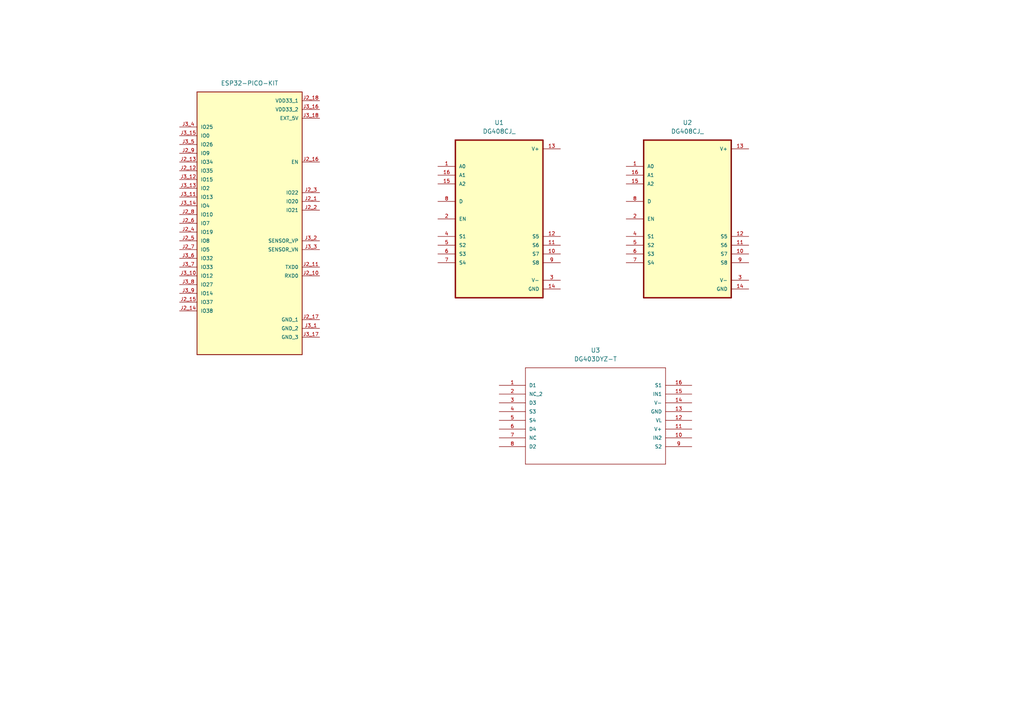
<source format=kicad_sch>
(kicad_sch (version 20250114) (generator "eeschema") (generator_version "9.0")
  (paper "A4")
  (lib_symbols
    (symbol "DG403DYZ-T:DG403DYZ-T" (pin_names (offset 1.016))
      (property "Reference" "U" (at 23.2588 9.1356 0))
      (property "Value" "DG403DYZ-T" (at 22.61 6.5872 0))
      (symbol "DG403DYZ-T_0_0"
        (polyline (pts (xy 7.62 5.08) (xy 7.62 -22.86)) (stroke (width 0.1524)))
        (polyline (pts (xy 7.62 -22.86) (xy 48.26 -22.86)) (stroke (width 0.1524)))
        (polyline (pts (xy 48.26 5.08) (xy 7.62 5.08)) (stroke (width 0.1524)))
        (polyline (pts (xy 48.26 -22.86) (xy 48.26 5.08)) (stroke (width 0.1524)))
        (pin passive line (at 0 0 0) (length 7.62) (name "D1") (number "1"))
        (pin passive line (at 0 -2.54 0) (length 7.62) (name "NC_2") (number "2"))
        (pin passive line (at 0 -5.08 0) (length 7.62) (name "D3") (number "3"))
        (pin passive line (at 0 -7.62 0) (length 7.62) (name "S3") (number "4"))
        (pin passive line (at 0 -10.16 0) (length 7.62) (name "S4") (number "5"))
        (pin passive line (at 0 -12.7 0) (length 7.62) (name "D4") (number "6"))
        (pin passive line (at 0 -15.24 0) (length 7.62) (name "NC") (number "7"))
        (pin passive line (at 0 -17.78 0) (length 7.62) (name "D2") (number "8"))
        (pin passive line (at 55.88 0 180) (length 7.62) (name "S1") (number "16"))
        (pin input line (at 55.88 -2.54 180) (length 7.62) (name "IN1") (number "15"))
        (pin power_in line (at 55.88 -5.08 180) (length 7.62) (name "V-") (number "14"))
        (pin power_in line (at 55.88 -7.62 180) (length 7.62) (name "GND") (number "13"))
        (pin power_in line (at 55.88 -10.16 180) (length 7.62) (name "VL") (number "12"))
        (pin power_in line (at 55.88 -12.7 180) (length 7.62) (name "V+") (number "11"))
        (pin input line (at 55.88 -15.24 180) (length 7.62) (name "IN2") (number "10"))
        (pin passive line (at 55.88 -17.78 180) (length 7.62) (name "S2") (number "9"))
      )
    )
    (symbol "DG408CJ_:DG408CJ_" (pin_names (offset 1.016))
      (property "Reference" "U" (at -12.7 23.86 0))
      (property "Value" "DG408CJ_" (at -12.7 -26.86 0))
      (symbol "DG408CJ__0_0"
        (rectangle (start -12.7 -22.86) (end 12.7 22.86) (stroke (width 0.41)) (fill (type background)))
        (pin bidirectional line (at -17.78 15.24 0) (length 5.08) (name "A0") (number "1"))
        (pin bidirectional line (at -17.78 12.7 0) (length 5.08) (name "A1") (number "16"))
        (pin bidirectional line (at -17.78 10.16 0) (length 5.08) (name "A2") (number "15"))
        (pin bidirectional line (at -17.78 5.08 0) (length 5.08) (name "D") (number "8"))
        (pin bidirectional line (at -17.78 0 0) (length 5.08) (name "EN") (number "2"))
        (pin bidirectional line (at -17.78 -5.08 0) (length 5.08) (name "S1") (number "4"))
        (pin bidirectional line (at -17.78 -7.62 0) (length 5.08) (name "S2") (number "5"))
        (pin bidirectional line (at -17.78 -10.16 0) (length 5.08) (name "S3") (number "6"))
        (pin bidirectional line (at -17.78 -12.7 0) (length 5.08) (name "S4") (number "7"))
        (pin power_in line (at 17.78 20.32 180) (length 5.08) (name "V+") (number "13"))
        (pin bidirectional line (at 17.78 -5.08 180) (length 5.08) (name "S5") (number "12"))
        (pin bidirectional line (at 17.78 -7.62 180) (length 5.08) (name "S6") (number "11"))
        (pin bidirectional line (at 17.78 -10.16 180) (length 5.08) (name "S7") (number "10"))
        (pin bidirectional line (at 17.78 -12.7 180) (length 5.08) (name "S8") (number "9"))
        (pin power_in line (at 17.78 -17.78 180) (length 5.08) (name "V-") (number "3"))
        (pin power_in line (at 17.78 -20.32 180) (length 5.08) (name "GND") (number "14"))
      )
    )
    (symbol "ESP32-PICO-KIT:ESP32-PICO-KIT" (pin_names (offset 1.016))
      (property "Value" "ESP32-PICO-KIT" (at -15.2623 -40.6808 0))
      (symbol "ESP32-PICO-KIT_0_0"
        (rectangle (start -15.24 38.1) (end 15.24 -38.1) (stroke (width 0.254)) (fill (type background)))
      )
      (symbol "ESP32-PICO-KIT_1_0"
        (pin bidirectional line (at -20.32 27.94 0) (length 5.08) (name "IO25") (number "J3_4"))
        (pin bidirectional line (at -20.32 25.4 0) (length 5.08) (name "IO0") (number "J3_15"))
        (pin bidirectional line (at -20.32 22.86 0) (length 5.08) (name "IO26") (number "J3_5"))
        (pin bidirectional line (at -20.32 20.32 0) (length 5.08) (name "IO9") (number "J2_9"))
        (pin input line (at -20.32 17.78 0) (length 5.08) (name "IO34") (number "J2_13"))
        (pin input line (at -20.32 15.24 0) (length 5.08) (name "IO35") (number "J2_12"))
        (pin bidirectional line (at -20.32 12.7 0) (length 5.08) (name "IO15") (number "J3_12"))
        (pin bidirectional line (at -20.32 10.16 0) (length 5.08) (name "IO2") (number "J3_13"))
        (pin bidirectional line (at -20.32 7.62 0) (length 5.08) (name "IO13") (number "J3_11"))
        (pin bidirectional line (at -20.32 5.08 0) (length 5.08) (name "IO4") (number "J3_14"))
        (pin bidirectional line (at -20.32 2.54 0) (length 5.08) (name "IO10") (number "J2_8"))
        (pin bidirectional line (at -20.32 0 0) (length 5.08) (name "IO7") (number "J2_6"))
        (pin bidirectional line (at -20.32 -2.54 0) (length 5.08) (name "IO19") (number "J2_4"))
        (pin bidirectional line (at -20.32 -5.08 0) (length 5.08) (name "IO8") (number "J2_5"))
        (pin bidirectional line (at -20.32 -7.62 0) (length 5.08) (name "IO5") (number "J2_7"))
        (pin bidirectional line (at -20.32 -10.16 0) (length 5.08) (name "IO32") (number "J3_6"))
        (pin bidirectional line (at -20.32 -12.7 0) (length 5.08) (name "IO33") (number "J3_7"))
        (pin bidirectional line (at -20.32 -15.24 0) (length 5.08) (name "IO12") (number "J3_10"))
        (pin bidirectional line (at -20.32 -17.78 0) (length 5.08) (name "IO27") (number "J3_8"))
        (pin bidirectional line (at -20.32 -20.32 0) (length 5.08) (name "IO14") (number "J3_9"))
        (pin input line (at -20.32 -22.86 0) (length 5.08) (name "IO37") (number "J2_15"))
        (pin input line (at -20.32 -25.4 0) (length 5.08) (name "IO38") (number "J2_14"))
        (pin power_in line (at 20.32 35.56 180) (length 5.08) (name "VDD33_1") (number "J2_18"))
        (pin power_in line (at 20.32 33.02 180) (length 5.08) (name "VDD33_2") (number "J3_16"))
        (pin power_in line (at 20.32 30.48 180) (length 5.08) (name "EXT_5V") (number "J3_18"))
        (pin input line (at 20.32 17.78 180) (length 5.08) (name "EN") (number "J2_16"))
        (pin bidirectional line (at 20.32 8.89 180) (length 5.08) (name "IO22") (number "J2_3"))
        (pin bidirectional line (at 20.32 6.35 180) (length 5.08) (name "IO20") (number "J2_1"))
        (pin bidirectional line (at 20.32 3.81 180) (length 5.08) (name "IO21") (number "J2_2"))
        (pin input line (at 20.32 -5.08 180) (length 5.08) (name "SENSOR_VP") (number "J3_2"))
        (pin input line (at 20.32 -7.62 180) (length 5.08) (name "SENSOR_VN") (number "J3_3"))
        (pin bidirectional line (at 20.32 -12.7 180) (length 5.08) (name "TXD0") (number "J2_11"))
        (pin bidirectional line (at 20.32 -15.24 180) (length 5.08) (name "RXD0") (number "J2_10"))
        (pin power_in line (at 20.32 -27.94 180) (length 5.08) (name "GND_1") (number "J2_17"))
        (pin power_in line (at 20.32 -30.48 180) (length 5.08) (name "GND_2") (number "J3_1"))
        (pin bidirectional line (at 20.32 -33.02 180) (length 5.08) (name "GND_3") (number "J3_17"))
      )
    )
  )
  (symbol (lib_id "DG403DYZ-T:DG403DYZ-T") (at 144.78 111.76 0) (unit 1)
    (property "Reference" "U3" (at 172.72 101.6 0))
    (property "Value" "DG403DYZ-T" (at 172.72 104.14 0))
    (property "Footprint" "DG403DYZ-T:21-0041B_16" (effects (hide yes)))
    (property "MANUFACTURER_NAME" "Maxim" (effects (hide yes)))
    (property "MF" "Intersil" (effects (hide yes)))
    (property "VENDOR" "MAXIM" (effects (hide yes)))
    (property "Description_1" "DG401 Series Dual DPST 45 Ohm +/- 20 V CMOS Analog Switch - SOIC-16" (effects (hide yes)))
    (property "Package" "SOIC-16 Intersil" (effects (hide yes)))
    (property "Price" "None" (effects (hide yes)))
    (property "Check_prices" "https://www.snapeda.com/parts/DG403DYZ-T/Intersil/view-part/?ref=eda" (effects (hide yes)))
    (property "SnapEDA_Link" "https://www.snapeda.com/parts/DG403DYZ-T/Intersil/view-part/?ref=snap" (effects (hide yes)))
    (property "MP" "DG403DYZ-T" (effects (hide yes)))
    (property "Availability" "In Stock" (effects (hide yes)))
    (property "MANUFACTURER_PART_NUMBER" "DG403DYZ-T" (effects (hide yes)))
  )
  (symbol (lib_id "DG408CJ_:DG408CJ_") (at 144.78 63.5 0) (unit 1)
    (property "Reference" "U1" (at 144.78 35.56 0))
    (property "Value" "DG408CJ_" (at 144.78 38.1 0))
    (property "Footprint" "DG408CJ_:DIP794W48P254L1943H508Q16" (effects (hide yes)))
    (property "MF" "Analog Devices" (effects (hide yes)))
    (property "Description_1" "Improved, 8-Channel/Dual 4-Channel, CMOS Analog Multiplexers" (effects (hide yes)))
    (property "Package" "PDIP-16 Maxim" (effects (hide yes)))
    (property "Price" "None" (effects (hide yes)))
    (property "SnapEDA_Link" "https://www.snapeda.com/parts/DG408CJ+/Analog+Devices/view-part/?ref=snap" (effects (hide yes)))
    (property "MP" "DG408CJ+" (effects (hide yes)))
    (property "Availability" "In Stock" (effects (hide yes)))
    (property "Check_prices" "https://www.snapeda.com/parts/DG408CJ+/Analog+Devices/view-part/?ref=eda" (effects (hide yes)))
  )
  (symbol (lib_id "ESP32-PICO-KIT:ESP32-PICO-KIT") (at 72.39 64.77 0) (unit 1)
    (property "Reference" "J1" (effects (hide yes)))
    (property "Value" "ESP32-PICO-KIT" (at 72.39 24.13 0))
    (property "Footprint" "ESP32-PICO-KIT:XCVR_ESP32-PICO-KIT" (effects (hide yes)))
    (property "Description" "Esp32 Wifi Bluetooth Eval Board" (effects (hide yes)))
    (property "MF" "Espressif Systems" (effects (hide yes)))
    (property "Package" "None" (effects (hide yes)))
    (property "Price" "None" (effects (hide yes)))
    (property "Check_prices" "https://www.snapeda.com/parts/ESP32-PICO-KIT/Espressif+Systems/view-part/?ref=eda" (effects (hide yes)))
    (property "PARTREV" "4.1" (effects (hide yes)))
    (property "SnapEDA_Link" "https://www.snapeda.com/parts/ESP32-PICO-KIT/Espressif+Systems/view-part/?ref=snap" (effects (hide yes)))
    (property "MP" "ESP32-PICO-KIT" (effects (hide yes)))
    (property "Description_1" "ESP32-PICO-D4 - Transceiver; 802.11 b/g/n (Wi-Fi, WiFi, WLAN), Bluetooth® Smart Ready 4.x Dual Mode (BLE) 2.4GHz Evaluation Board" (effects (hide yes)))
    (property "Availability" "In Stock" (effects (hide yes)))
    (property "MANUFACTURER" "Espressif Systems" (effects (hide yes)))
  )
  (symbol (lib_id "DG408CJ_:DG408CJ_") (at 199.39 63.5 0) (unit 1)
    (property "Reference" "U2" (at 199.39 35.56 0))
    (property "Value" "DG408CJ_" (at 199.39 38.1 0))
    (property "Footprint" "DG408CJ_:DIP794W48P254L1943H508Q16" (effects (hide yes)))
    (property "MF" "Analog Devices" (effects (hide yes)))
    (property "Description_1" "Improved, 8-Channel/Dual 4-Channel, CMOS Analog Multiplexers" (effects (hide yes)))
    (property "Package" "PDIP-16 Maxim" (effects (hide yes)))
    (property "Price" "None" (effects (hide yes)))
    (property "SnapEDA_Link" "https://www.snapeda.com/parts/DG408CJ+/Analog+Devices/view-part/?ref=snap" (effects (hide yes)))
    (property "MP" "DG408CJ+" (effects (hide yes)))
    (property "Availability" "In Stock" (effects (hide yes)))
    (property "Check_prices" "https://www.snapeda.com/parts/DG408CJ+/Analog+Devices/view-part/?ref=eda" (effects (hide yes)))
  )
)
</source>
